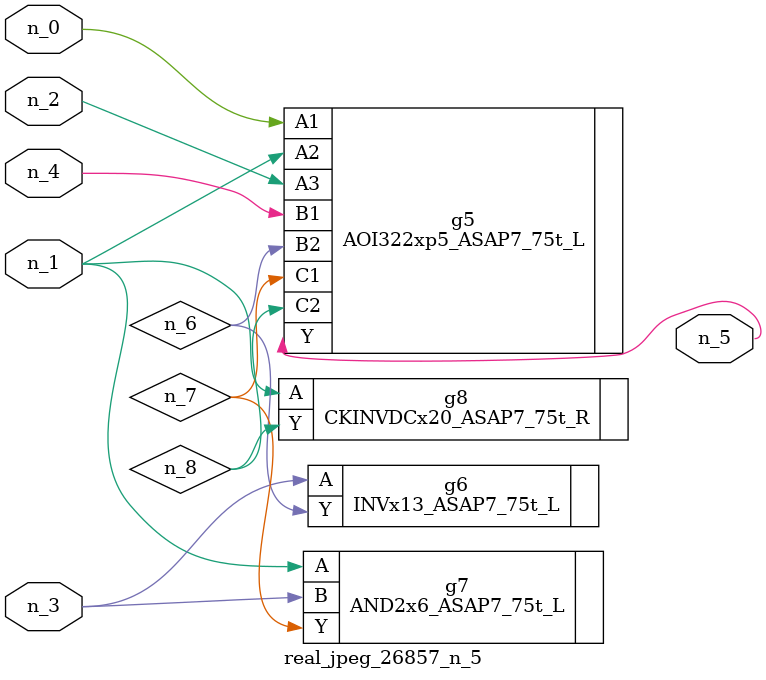
<source format=v>
module real_jpeg_26857_n_5 (n_4, n_0, n_1, n_2, n_3, n_5);

input n_4;
input n_0;
input n_1;
input n_2;
input n_3;

output n_5;

wire n_8;
wire n_6;
wire n_7;

AOI322xp5_ASAP7_75t_L g5 ( 
.A1(n_0),
.A2(n_1),
.A3(n_2),
.B1(n_4),
.B2(n_6),
.C1(n_7),
.C2(n_8),
.Y(n_5)
);

AND2x6_ASAP7_75t_L g7 ( 
.A(n_1),
.B(n_3),
.Y(n_7)
);

CKINVDCx20_ASAP7_75t_R g8 ( 
.A(n_1),
.Y(n_8)
);

INVx13_ASAP7_75t_L g6 ( 
.A(n_3),
.Y(n_6)
);


endmodule
</source>
